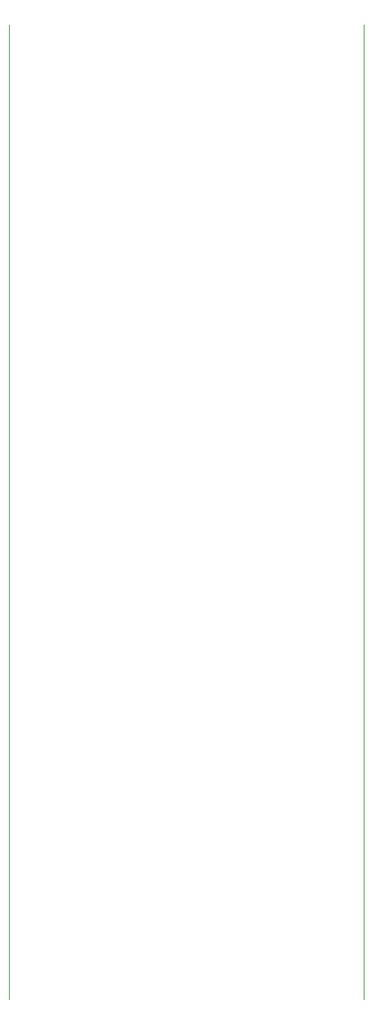
<source format=gbr>
G04 #@! TF.GenerationSoftware,KiCad,Pcbnew,(5.1.5)-3*
G04 #@! TF.CreationDate,2020-12-05T11:42:08-07:00*
G04 #@! TF.ProjectId,ADSR_Envelope,41445352-5f45-46e7-9665-6c6f70652e6b,rev?*
G04 #@! TF.SameCoordinates,Original*
G04 #@! TF.FileFunction,OtherDrawing,Comment*
%FSLAX46Y46*%
G04 Gerber Fmt 4.6, Leading zero omitted, Abs format (unit mm)*
G04 Created by KiCad (PCBNEW (5.1.5)-3) date 2020-12-05 11:42:08*
%MOMM*%
%LPD*%
G04 APERTURE LIST*
%ADD10C,0.050000*%
G04 APERTURE END LIST*
D10*
X20000000Y0D02*
X20000000Y-110000000D01*
X60000000Y0D02*
X60000000Y-110000000D01*
M02*

</source>
